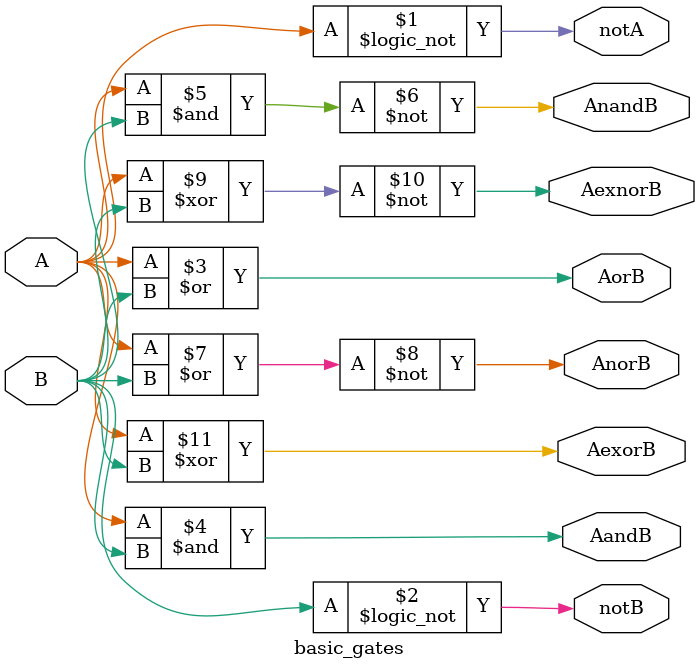
<source format=v>
module basic_gates(output AandB , AorB , notA , notB , AexorB , AexnorB , AnorB, AnandB , input A , B );

assign notA = !A;
assign notB = !B;
assign AorB = A|B;
assign AandB = A&B;
assign AnandB = ~(A&B);
assign AnorB = ~(A|B);
assign AexnorB = ~(A^B);
assign AexorB = (A^B);

endmodule

</source>
